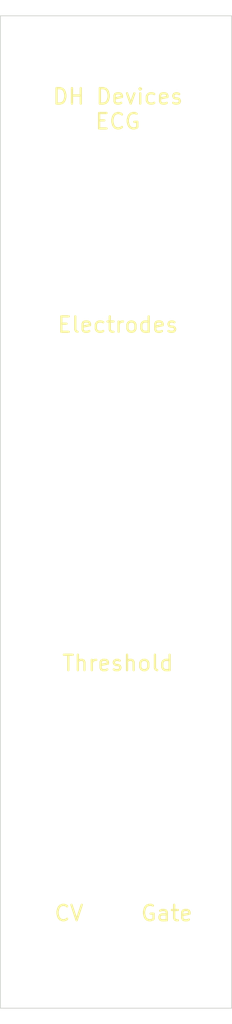
<source format=kicad_pcb>
(kicad_pcb (version 20211014) (generator pcbnew)
  (layers (0 "F.Cu" signal) (31 "B.Cu" signal) (34 "B.Paste" user) (35 "F.Paste" user) (36 "B.SilkS" user "B.Silkscreen") (37 "F.SilkS" user "F.Silkscreen") (38 "B.Mask" user) (39 "F.Mask" user) (44 "Edge.Cuts" user))
  (net 0 "")
  (footprint "MountingHole:MountingHole_3.2mm_M3" (layer "F.Cu") (at 149.86 123.19)
    (fp_text reference "H5")
    (fp_text value "MountingHole")
    (pad "" np_thru_hole circle (at 0 0) (size 3.1 3.1) (drill 3.1) (layers F&B.Cu *.Mask))
  )
  (footprint "MountingHole:MountingHole_6.4mm_M6" (layer "F.Cu") (at 149.86 135.255)
    (fp_text reference "H3")
    (fp_text value "MountingHole")
    (pad "" np_thru_hole circle (at 0 0) (size 6.1 6.1) (drill 6.1) (layers F&B.Cu *.Mask))
  )
  (footprint "MountingHole:MountingHole_6.4mm_M6" (layer "F.Cu") (at 162.56 135.255)
    (fp_text reference "H3")
    (fp_text value "MountingHole")
    (pad "" np_thru_hole circle (at 0 0) (size 6.1 6.1) (drill 6.1) (layers F&B.Cu *.Mask))
  )
  (footprint "MountingHole:MountingHole_3.2mm_M3" (layer "F.Cu") (at 163.71 30.94)
    (fp_text reference "H6")
    (fp_text value "MountingHole")
    (pad "" np_thru_hole circle locked (at 0 0) (size 3.2 3.2) (drill 3.2) (layers *.Cu *.Mask))
  )
  (footprint "MountingHole:MountingHole_3.2mm_M3" (layer "F.Cu") (at 148.47 30.94)
    (fp_text reference "H9")
    (fp_text value "MountingHole")
    (pad "" np_thru_hole circle locked (at 0 0) (size 3.2 3.2) (drill 3.2) (layers *.Cu *.Mask))
  )
  (footprint "MountingHole:MountingHole_3.2mm_M3" (layer "F.Cu") (at 162.56 123.19)
    (fp_text reference "H5")
    (fp_text value "MountingHole")
    (pad "" np_thru_hole circle (at 0 0) (size 3.1 3.1) (drill 3.1) (layers F&B.Cu *.Mask))
  )
  (footprint "MountingHole:MountingHole_6.4mm_M6" (layer "F.Cu") (at 156.21 100.33)
    (fp_text reference "H4")
    (fp_text value "MountingHole")
    (pad "" np_thru_hole circle (at 0 0) (size 7.1 7.1) (drill 7.1) (layers F&B.Cu *.Mask))
  )
  (footprint "MountingHole:MountingHole_6.4mm_M6" (layer "F.Cu") (at 156.21 76.835)
    (fp_text reference "H3")
    (fp_text value "MountingHole")
    (pad "" np_thru_hole circle (at 0 0) (size 6.1 6.1) (drill 6.1) (layers F&B.Cu *.Mask))
  )
  (footprint "MountingHole:MountingHole_3.2mm_M3" (layer "F.Cu") (at 163.71 153.44)
    (fp_text reference "H6")
    (fp_text value "MountingHole")
    (pad "" np_thru_hole circle locked (at 0 0) (size 3.2 3.2) (drill 3.2) (layers *.Cu *.Mask))
  )
  (footprint "MountingHole:MountingHole_3.2mm_M3" (layer "F.Cu") (at 148.47 153.44)
    (fp_text reference "H9")
    (fp_text value "MountingHole")
    (pad "" np_thru_hole circle locked (at 0 0) (size 3.2 3.2) (drill 3.2) (layers *.Cu *.Mask))
  )
  (gr_rect (start 140.97 27.94) (end 170.97 156.44) (layer "Edge.Cuts") (width 0.1) (fill none))
  (gr_text "Gate" (at 162.56 144.145) (layer "F.SilkS") (effects (font (size 2 2) (thickness 0.3))))
  (gr_text "Electrodes" (at 156.21 67.945) (layer "F.SilkS") (effects (font (size 2 2) (thickness 0.3))))
  (gr_text "DH Devices\nECG" (at 156.21 40.005) (layer "F.SilkS") (effects (font (size 2 2) (thickness 0.3))))
  (gr_text "Threshold" (at 156.21 111.76) (layer "F.SilkS") (effects (font (size 2 2) (thickness 0.3))))
  (gr_text "CV" (at 149.86 144.145) (layer "F.SilkS") (effects (font (size 2 2) (thickness 0.3))))
)
</source>
